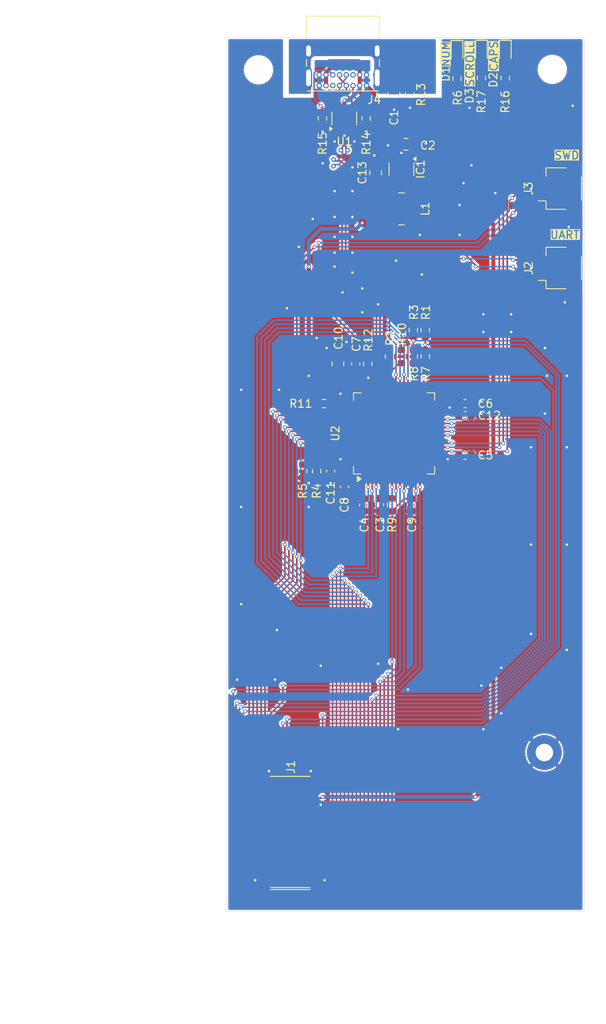
<source format=kicad_pcb>
(kicad_pcb (version 20240108) (generator "pcbnew") (generator_version "8.0")
  (layers (0 "F.Cu" signal) (31 "B.Cu" signal) (34 "B.Paste" user) (35 "F.Paste" user) (36 "B.SilkS" user "B.Silkscreen") (37 "F.SilkS" user "F.Silkscreen") (38 "B.Mask" user) (39 "F.Mask" user) (44 "Edge.Cuts" user))
  (net 0 "")
  (net 1 "GNDPWR")
  (net 2 "GND")
  (net 3 "+5V")
  (net 4 "/SRST")
  (net 5 "+3V3")
  (net 6 "Net-(C11-Pad1)")
  (net 7 "Net-(C12-Pad1)")
  (net 8 "Net-(D1-A)")
  (net 9 "/Lx")
  (net 10 "Net-(J1-Pin_14)")
  (net 11 "Net-(J1-Pin_10)")
  (net 12 "Net-(J1-Pin_24)")
  (net 14 "Net-(J1-Pin_20)")
  (net 15 "/TP_DAT")
  (net 16 "Net-(J1-Pin_32)")
  (net 18 "Net-(J1-Pin_18)")
  (net 19 "/ROW4")
  (net 20 "/ROW1")
  (net 22 "Net-(J1-Pin_8)")
  (net 23 "/ROW5")
  (net 24 "/ROW0")
  (net 25 "/ROW6")
  (net 26 "/ROW7")
  (net 27 "/TP_CLK")
  (net 28 "Net-(J1-Pin_28)")
  (net 29 "Net-(J1-Pin_6)")
  (net 30 "/ROW3")
  (net 31 "Net-(J1-Pin_16)")
  (net 32 "Net-(J1-Pin_30)")
  (net 33 "Net-(J1-Pin_12)")
  (net 34 "Net-(J1-Pin_26)")
  (net 36 "/FN_KEY")
  (net 37 "/ROW2")
  (net 38 "/TP_RST")
  (net 40 "/POWER_SW")
  (net 41 "Net-(J1-Pin_4)")
  (net 42 "Net-(J1-Pin_2)")
  (net 45 "Net-(J1-Pin_22)")
  (net 47 "Net-(J2-Pin_1)")
  (net 48 "Net-(J2-Pin_3)")
  (net 49 "Net-(J3-Pin_3)")
  (net 50 "Net-(J3-Pin_1)")
  (net 51 "Net-(J4-CC2)")
  (net 52 "Net-(J4-CC1)")
  (net 53 "/USB_DP")
  (net 56 "/USART1_RX")
  (net 57 "Net-(U2-BOOT0)")
  (net 58 "Net-(U2-PA5)")
  (net 59 "Net-(U2-PB13)")
  (net 60 "Net-(U2-PB14)")
  (net 61 "/USART1_TX")
  (net 62 "/SWCLK")
  (net 63 "/SWDIO")
  (net 75 "/USB_DN")
  (net 76 "Net-(D2-A)")
  (net 77 "Net-(D3-A)")
  (net 78 "Net-(U2-PA4)")
  (net 79 "Net-(U2-PA6)")
  (footprint "Resistor_SMD:R_0603_1608Metric" (layer "F.Cu") (at 127.55 35.175 90)
    (property "Reference" "R14")
    (property "Value" "5.11kΩ")
  )
  (footprint "Capacitor_SMD:C_0805_2012Metric" (layer "F.Cu") (at 132.55 38.425 180)
    (property "Reference" "C2")
    (property "Value" "4.7µF")
  )
  (footprint "Capacitor_SMD:C_0603_1608Metric" (layer "F.Cu") (at 140 77.575)
    (property "Reference" "C5")
    (property "Value" "100nF")
  )
  (footprint "MountingHole:MountingHole_3.2mm_M3" (layer "F.Cu") (at 114 29.05)
    (property "Reference" "H2" (hide yes))
    (property "Value" "MountingHole")
  )
  (footprint "Resistor_SMD:R_0603_1608Metric" (layer "F.Cu") (at 121.325 79.575 90)
    (property "Reference" "R4")
    (property "Value" "10kΩ")
  )
  (footprint "MountingHole:MountingHole_2.2mm_M2_Pad" (layer "F.Cu") (at 150 115)
    (property "Reference" "H1" (hide yes))
    (property "Value" "MountingHole_Pad")
  )
  (footprint "Resistor_SMD:R_0603_1608Metric" (layer "F.Cu") (at 145.075 30.075 90)
    (property "Reference" "R16")
    (property "Value" "1kΩ")
  )
  (footprint "Inductor_SMD:L_Wuerth_WE-TPC-3816" (layer "F.Cu") (at 132 46.5625 -90)
    (property "Reference" "L1")
    (property "Value" "4.7µH")
  )
  (footprint "Capacitor_SMD:C_0805_2012Metric" (layer "F.Cu") (at 128.75 42.0125 90)
    (property "Reference" "C13")
    (property "Value" "4.7µF")
  )
  (footprint "Package_TO_SOT_SMD:TSOT-23-5" (layer "F.Cu") (at 132 41.5625 -90)
    (property "Reference" "IC1")
    (property "Value" "MCP1603T-330IOT")
  )
  (footprint "Capacitor_SMD:C_0603_1608Metric" (layer "F.Cu") (at 124.825 81.575 -90)
    (property "Reference" "C8")
    (property "Value" "100nF")
  )
  (footprint "Resistor_SMD:R_0603_1608Metric" (layer "F.Cu") (at 130.75 83.825 90)
    (property "Reference" "R9")
    (property "Value" "10kΩ")
  )
  (footprint "Connector_USB:USB_C_Receptacle_GCT_USB4085" (layer "F.Cu") (at 127.6 31.035 180)
    (property "Reference" "J4")
    (property "Value" "USB_C_Receptacle_USB2.0")
  )
  (footprint "Capacitor_SMD:C_0805_2012Metric" (layer "F.Cu") (at 124 66.075 90)
    (property "Reference" "C10")
    (property "Value" "4.7µF")
  )
  (footprint "Resistor_SMD:R_0603_1608Metric" (layer "F.Cu") (at 133.5 65.15 90)
    (property "Reference" "R8")
    (property "Value" "180Ω")
  )
  (footprint "Diode_SMD:D_0603_1608Metric" (layer "F.Cu") (at 142.075 26.815 -90)
    (property "Reference" "D3")
    (property "Value" "SCROLL")
  )
  (footprint "Capacitor_SMD:C_0603_1608Metric" (layer "F.Cu") (at 140 72.575)
    (property "Reference" "C12")
    (property "Value" "2.2µF")
  )
  (footprint "Package_TO_SOT_SMD:SOT-23-6" (layer "F.Cu") (at 124.8 35.175 90)
    (property "Reference" "U1")
    (property "Value" "USBLC6-2SC6")
  )
  (footprint "Resistor_SMD:R_0603_1608Metric" (layer "F.Cu") (at 132 65.15 90)
    (property "Reference" "R10")
    (property "Value" "100Ω")
  )
  (footprint "Resistor_SMD:R_0603_1608Metric" (layer "F.Cu") (at 142.075 30.075 90)
    (property "Reference" "R17")
    (property "Value" "1kΩ")
  )
  (footprint "Capacitor_SMD:C_0603_1608Metric" (layer "F.Cu") (at 133.25 83.825 -90)
    (property "Reference" "C9")
    (property "Value" "100nF")
  )
  (footprint "Resistor_SMD:R_0603_1608Metric" (layer "F.Cu") (at 122.05 35.175 90)
    (property "Reference" "R15")
    (property "Value" "5.11kΩ")
  )
  (footprint "Diode_SMD:D_0603_1608Metric" (layer "F.Cu") (at 139 26.85 -90)
    (property "Reference" "D1")
    (property "Value" "NUM")
  )
  (footprint "Capacitor_SMD:C_0603_1608Metric" (layer "F.Cu") (at 123.075 79.575 -90)
    (property "Reference" "C11")
    (property "Value" "2.2µF")
  )
  (footprint "Capacitor_SMD:C_0805_2012Metric" (layer "F.Cu") (at 131.05 32.175 -90)
    (property "Reference" "C1")
    (property "Value" "4.7nF")
  )
  (footprint "Resistor_SMD:R_0603_1608Metric" (layer "F.Cu") (at 122.25 71.075 180)
    (property "Reference" "R11")
    (property "Value" "100Ω")
  )
  (footprint "extras:MOLEX_SLIMSTACK_54363_02x20_P0.5mm" (layer "F.Cu") (at 118 125 90)
    (property "Reference" "J1")
    (property "Value" "Conn_02x20_Odd_Even_MountingPin")
  )
  (footprint "Resistor_SMD:R_0603_1608Metric" (layer "F.Cu") (at 135 61.825 -90)
    (property "Reference" "R1")
    (property "Value" "4.7kΩ")
  )
  (footprint "Resistor_SMD:R_0603_1608Metric" (layer "F.Cu") (at 119.575 79.575 -90)
    (property "Reference" "R5")
    (property "Value" "10kΩ")
  )
  (footprint "Resistor_SMD:R_0603_1608Metric" (layer "F.Cu") (at 133.5 61.825 -90)
    (property "Reference" "R3")
    (property "Value" "4.7kΩ")
  )
  (footprint "Capacitor_SMD:C_0603_1608Metric" (layer "F.Cu") (at 126.25 66.075 90)
    (property "Reference" "C7")
    (property "Value" "100nF")
  )
  (footprint "MountingHole:MountingHole_3.2mm_M3" (layer "F.Cu") (at 151 29)
    (property "Reference" "H3" (hide yes))
    (property "Value" "MountingHole")
  )
  (footprint "Resistor_SMD:R_0603_1608Metric" (layer "F.Cu") (at 135 65.15 90)
    (property "Reference" "R7")
    (property "Value" "180Ω")
  )
  (footprint "Resistor_SMD:R_0603_1608Metric" (layer "F.Cu") (at 133.05 32.175 -90)
    (property "Reference" "R13")
    (property "Value" "1MΩ")
  )
  (footprint "Diode_SMD:D_0603_1608Metric" (layer "F.Cu") (at 145.075 26.815 -90)
    (property "Reference" "D2")
    (property "Value" "CAPS")
  )
  (footprint "Capacitor_SMD:C_0603_1608Metric" (layer "F.Cu") (at 127.25 83.825 -90)
    (property "Reference" "C4")
    (property "Value" "100nF")
  )
  (footprint "Capacitor_SMD:C_0603_1608Metric" (layer "F.Cu") (at 140 71.075)
    (property "Reference" "C6")
    (property "Value" "100nF")
  )
  (footprint "Resistor_SMD:R_0603_1608Metric" (layer "F.Cu") (at 130.5 65.15 90)
    (property "Reference" "R2")
    (property "Value" "100Ω")
  )
  (footprint "Connector_JST:JST_SH_SM03B-SRSS-TB_1x03-1MP_P1.00mm_Horizontal" (layer "F.Cu") (at 152 44 90)
    (property "Reference" "J3")
    (property "Value" "SWD")
  )
  (footprint "Connector_JST:JST_SH_SM03B-SRSS-TB_1x03-1MP_P1.00mm_Horizontal" (layer "F.Cu") (at 152 54 90)
    (property "Reference" "J2")
    (property "Value" "UART")
  )
  (footprint "Capacitor_SMD:C_0603_1608Metric" (layer "F.Cu") (at 129.25 83.8 -90)
    (property "Reference" "C3")
    (property "Value" "100nF")
  )
  (footprint "Resistor_SMD:R_0603_1608Metric" (layer "F.Cu") (at 127.75 66.075 90)
    (property "Reference" "R12")
    (property "Value" "100Ω")
  )
  (footprint "Resistor_SMD:R_0603_1608Metric" (layer "F.Cu") (at 139 30.175 90)
    (property "Reference" "R6")
    (property "Value" "1kΩ")
  )
  (footprint "Package_QFP:LQFP-64_10x10mm_P0.5mm" (layer "F.Cu") (at 131.075 74.825 90)
    (property "Reference" "U2")
    (property "Value" "STM32H503RBTx")
  )
  (gr_rect (start 110 25) (end 155 135) (stroke (width 0.05)) (fill none) (layer "Edge.Cuts"))
  (segment (start 136.75 71.575) (end 138.075 71.575) (width 0.2) (layer "F.Cu") (net 2))
  (segment (start 148.4 54) (end 148.325 54.075) (width 0.2) (layer "F.Cu") (net 2))
  (segment (start 122.05 36) (end 122.05 36.8) (width 0.2) (layer "F.Cu") (net 2))
  (segment (start 122.938679 27.975) (end 126.6 27.975) (width 0.5) (layer "F.Cu") (net 2))
  (segment (start 123.075 80.35) (end 123.075 81.075) (width 0.2) (layer "F.Cu") (net 2))
  (segment (start 121.65 29.685) (end 121.65 29.263679) (width 0.5) (layer "F.Cu") (net 2))
  (segment (start 121.65 29.263679) (end 122.938679 27.975) (width 0.5) (layer "F.Cu") (net 2))
  (segment (start 127.6 28.975) (end 127.6 29.685) (width 0.5) (layer "F.Cu") (net 2))
  (segment (start 124.825 82.35) (end 124.825 83.075) (width 0.2) (layer "F.Cu") (net 2))
  (segment (start 131.05 33.125) (end 131.05 34.05) (width 0.2) (layer "F.Cu") (net 2))
  (segment (start 124.8 37.3) (end 124.825 37.325) (width 0.2) (layer "F.Cu") (net 2))
  (segment (start 126.6 27.975) (end 127.6 28.975) (width 0.5) (layer "F.Cu") (net 2))
  (segment (start 128.575 32.575) (end 129.125 33.125) (width 0.5) (layer "F.Cu") (net 2))
  (segment (start 125.4 78.075) (end 124.325 78.075) (width 0.2) (layer "F.Cu") (net 2))
  (segment (start 131.05 34.05) (end 131.075 34.075) (width 0.2) (layer "F.Cu") (net 2))
  (segment (start 148.4 44) (end 148.325 44.075) (width 0.2) (layer "F.Cu") (net 2))
  (segment (start 127.55 36.8) (end 127.575 36.825) (width 0.2) (layer "F.Cu") (net 2))
  (segment (start 121.65 31.035) (end 121.65 29.685) (width 0.5) (layer "F.Cu") (net 2))
  (segment (start 150 44) (end 148.4 44) (width 0.2) (layer "F.Cu") (net 2))
  (segment (start 122.05 36.8) (end 122.075 36.825) (width 0.2) (layer "F.Cu") (net 2))
  (segment (start 129.125 33.125) (end 131.05 33.125) (width 0.5) (layer "F.Cu") (net 2))
  (segment (start 127.6 31.035) (end 128.575 32.01) (width 0.5) (layer "F.Cu") (net 2))
  (segment (start 128.575 32.01) (end 128.575 32.575) (width 0.5) (layer "F.Cu") (net 2))
  (segment (start 133.05 33) (end 133.05 33.8) (width 0.2) (layer "F.Cu") (net 2))
  (segment (start 127.6 29.685) (end 127.6 31.035) (width 0.5) (layer "F.Cu") (net 2))
  (segment (start 136.75 78.075) (end 137.825 78.075) (width 0.2) (layer "F.Cu") (net 2))
  (segment (start 124.8 36.3125) (end 124.8 37.3) (width 0.2) (layer "F.Cu") (net 2))
  (segment (start 119.65 80.4) (end 120.325 81.075) (width 0.2) (layer "F.Cu") (net 2))
  (segment (start 132.825 80.5) (end 132.825 81.575) (width 0.2) (layer "F.Cu") (net 2))
  (segment (start 150 54) (end 148.4 54) (width 0.2) (layer "F.Cu") (net 2))
  (segment (start 132 39.5) (end 132 40.425) (width 0.2) (layer "F.Cu") (net 2))
  (segment (start 127.55 36) (end 127.55 36.8) (width 0.2) (layer "F.Cu") (net 2))
  (segment (start 127.825 69.15) (end 127.825 67.825) (width 0.2) (layer "F.Cu") (net 2))
  (segment (start 119.575 80.4) (end 119.65 80.4) (width 0.2) (layer "F.Cu") (net 2))
  (segment (start 133.05 33.8) (end 133.075 33.825) (width 0.2) (layer "F.Cu") (net 2))
  (via (at 121.825 104.075) (size 0.5) (drill 0.3) (layers "F.Cu" "B.Cu") (net 2))
  (via (at 111.325 105.825) (size 0.5) (drill 0.3) (layers "F.Cu" "B.Cu") (net 2))
  (via (at 142.075 77.575) (size 0.5) (drill 0.3) (layers "F.Cu" "B.Cu") (net 2))
  (via (at 150.075 64.075) (size 0.5) (drill 0.3) (layers "F.Cu" "B.Cu") (net 2))
  (via (at 134.575 54.825) (size 0.5) (drill 0.3) (layers "F.Cu" "B.Cu") (net 2))
  (via (at 117.575 59.075) (size 0.5) (drill 0.3) (layers "F.Cu" "B.Cu") (net 2))
  (via (at 129.075 103.825) (size 0.5) (drill 0.3) (layers "F.Cu" "B.Cu") (net 2))
  (via (at 152.825 76.575) (size 0.5) (drill 0.3) (layers "F.Cu" "B.Cu") (net 2))
  (via (at 142.325 62.075) (size 0.5) (drill 0.3) (layers "F.Cu" "B.Cu") (net 2))
  (via (at 123.575 44.325) (size 0.5) (drill 0.3) (layers "F.Cu" "B.Cu") (net 2))
  (via (at 113.575 131.075) (size 0.5) (drill 0.3) (layers "F.Cu" "B.Cu") (net 2))
  (via (at 148.325 100.075) (size 0.5) (drill 0.3) (layers "F.Cu" "B.Cu") (net 2))
  (via (at 122.075 36.825) (size 0.5) (drill 0.3) (layers "F.Cu" "B.Cu") (net 2))
  (via (at 127.075 59.575) (size 0.5) (drill 0.3) (layers "F.Cu" "B.Cu") (net 2))
  (via (at 135.075 38.325) (size 0.5) (drill 0.3) (layers "F.Cu" "B.Cu") (net 2))
  (via (at 143.825 44.575) (size 0.5) (drill 0.3) (layers "F.Cu" "B.Cu") (net 2))
  (via (at 142.075 106.575) (size 0.5) (drill 0.3) (layers "F.Cu" "B.Cu") (net 2))
  (via (at 142.075 70.825) (size 0.5) (drill 0.3) (layers "F.Cu" "B.Cu") (net 2))
  (via (at 127.575 36.825) (size 0.5) (drill 0.3) (layers "F.Cu" "B.Cu") (net 2))
  (via (at 153.075 48.825) (size 0.5) (drill 0.3) (layers "F.Cu" "B.Cu") (net 2))
  (via (at 115.325 117.325) (size 0.5) (drill 0.3) (layers "F.Cu" "B.Cu") (net 2))
  (via (at 134.325 49.825) (size 0.5) (drill 0.3) (layers "F.Cu" "B.Cu") (net 2))
  (via (at 123.575 50.075) (size 0.5) (drill 0.3) (layers "F.Cu" "B.Cu") (net 2))
  (via (at 127.825 63.075) (size 0.5) (drill 0.3) (layers "F.Cu" "B.Cu") (net 2))
  (via (at 125.075 63.325) (size 0.5) (drill 0.3) (layers "F.Cu" "B.Cu") (net 2))
  (via (at 140.325 26.075) (size 0.5) (drill 0.3) (layers "F.Cu" "B.Cu") (net 2))
  (via (at 142.075 72.325) (size 0.5) (drill 0.3) (layers "F.Cu" "B.Cu") (net 2))
  (via (at 124.825 37.325) (size 0.5) (drill 0.3) (layers "F.Cu" "B.Cu") (net 2))
  (via (at 119.075 51.325) (size 0.5) (drill 0.3) (layers "F.Cu" "B.Cu") (net 2))
  (via (at 125.825 54.575) (size 0.5) (drill 0.3) (layers "F.Cu" "B.Cu") (net 2))
  (via (at 133.075 85.825) (size 0.5) (drill 0.3) (layers "F.Cu" "B.Cu") (net 2))
  (via (at 122.575 64.075) (size 0.5) (drill 0.3) (layers "F.Cu" "B.Cu") (net 2))
  (via (at 145.825 62.075) (size 0.5) (drill 0.3) (layers "F.Cu" "B.Cu") (net 2))
  (via (at 121.325 62.825) (size 0.5) (drill 0.3) (layers "F.Cu" "B.Cu") (net 2))
  (via (at 125.825 50.075) (size 0.5) (drill 0.3) (layers "F.Cu" "B.Cu") (net 2))
  (via (at 144.575 104.325) (size 0.5) (drill 0.3) (layers "F.Cu" "B.Cu") (net 2))
  (via (at 116.075 105.825) (size 0.5) (drill 0.3) (layers "F.Cu" "B.Cu") (net 2))
  (via (at 111.825 69.325) (size 0.5) (drill 0.3) (layers "F.Cu" "B.Cu") (net 2))
  (via (at 123.075 81.075) (size 0.5) (drill 0.3) (layers "F.Cu" "B.Cu") (net 2))
  (via (at 148.325 44.075) (size 0.5) (drill 0.3) (layers "F.Cu" "B.Cu") (net 2))
  (via (at 144.575 110.075) (size 0.5) (drill 0.3) (layers "F.Cu" "B.Cu") (net 2))
  (via (at 124.325 69.825) (size 0.5) (drill 0.3) (layers "F.Cu" "B.Cu") (net 2))
  (via (at 120.325 81.075) (size 0.5) (drill 0.3) (layers "F.Cu" "B.Cu") (net 2))
  (via (at 138.075 71.575) (size 0.5) (drill 0.3) (layers "F.Cu" "B.Cu") (net 2))
  (via (at 121.825 121.575) (size 0.5) (drill 0.3) (layers "F.Cu" "B.Cu") (net 2))
  (via (at 152.825 67.575) (size 0.5) (drill 0.3) (layers "F.Cu" "B.Cu") (net 2))
  (via (at 123.575 38.075) (size 0.5) (drill 0.3) (layers "F.Cu" "B.Cu") (net 2))
  (via (at 125.825 44.325) (size 0.5) (drill 0.3) (layers "F.Cu" "B.Cu") (net 2))
  (via (at 129.575 85.825) (size 0.5) (drill 0.3) (layers "F.Cu" "B.Cu") (net 2))
  (via (at 140.575 33.825) (size 0.5) (drill 0.3) (layers "F.Cu" "B.Cu") (net 2))
  (via (at 132 39.5) (size 0.5) (drill 0.3) (layers "F.Cu" "B.Cu") (net 2))
  (via (at 116.575 69.325) (size 0.5) (drill 0.3) (layers "F.Cu" "B.Cu") (net 2))
  (via (at 139.325 49.825) (size 0.5) (drill 0.3) (layers "F.Cu" "B.Cu") (net 2))
  (via (at 127.075 56.575) (size 0.5) (drill 0.3) (layers "F.Cu" "B.Cu") (net 2))
  (via (at 120.325 84.075) (size 0.5) (drill 0.3) (layers "F.Cu" "B.Cu") (net 2))
  (via (at 140.825 41.075) (size 0.5) (drill 0.3) (layers "F.Cu" "B.Cu") (net 2))
  (via (at 120.575 117.325) (size 0.5) (drill 0.3) (layers "F.Cu" "B.Cu") (net 2))
  (via (at 125.825 52.075) (size 0.5) (drill 0.3) (layers "F.Cu" "B.Cu") (net 2))
  (via (at 133.075 33.825) (size 0.5) (drill 0.3) (layers "F.Cu" "B.Cu") (net 2))
  (via (at 139.825 43.325) (size 0.5) (drill 0.3) (layers "F.Cu" "B.Cu") (net 2))
  (via (at 123.575 53.825) (size 0.5) (drill 0.3) (layers "F.Cu" "B.Cu") (net 2))
  (via (at 120.825 47.825) (size 0.5) (drill 0.3) (layers "F.Cu" "B.Cu") (net 2))
  (via (at 126.075 38.075) (size 0.5) (drill 0.3) (layers "F.Cu" "B.Cu") (net 2))
  (via (at 145.825 59.825) (size 0.5) (drill 0.3) (layers "F.Cu" "B.Cu") (net 2))
  (via (at 120.325 67.575) (size 0.5) (drill 0.3) (layers "F.Cu" "B.Cu") (net 2))
  (via (at 123.575 47.575) (size 0.5) (drill 0.3) (layers "F.Cu" "B.Cu") (net 2))
  (via (at 137.825 78.075) (size 0.5) (drill 0.3) (layers "F.Cu" "B.Cu") (net 2))
  (via (at 131.075 34.075) (size 0.5) (drill 0.3) (layers "F.Cu" "B.Cu") (net 2))
  (via (at 153.575 33.575) (size 0.5) (drill 0.3) (layers "F.Cu" "B.Cu") (net 2))
  (via (at 152.575 58.325) (size 0.5) (drill 0.3) (layers "F.Cu" "B.Cu") (net 2))
  (via (at 152.825 102.075) (size 0.5) (drill 0.3) (layers "F.Cu" "B.Cu") (net 2))
  (via (at 125.825 47.575) (size 0.5) (drill 0.3) (layers "F.Cu" "B.Cu") (net 2))
  (via (at 123.575 52.075) (size 0.5) (drill 0.3) (layers "F.Cu" "B.Cu") (net 2))
  (via (at 139.325 46.075) (size 0.5) (drill 0.3) (layers "F.Cu" "B.Cu") (net 2))
  (via (at 116.325 99.575) (size 0.5) (drill 0.3) (layers "F.Cu" "B.Cu") (net 2))
  (via (at 124.825 83.075) (size 0.5) (drill 0.3) (layers "F.Cu" "B.Cu") (net 2))
  (via (at 150.075 72.325) (size 0.5) (drill 0.3) (layers "F.Cu" "B.Cu") (net 2))
  (via (at 152.825 88.825) (size 0.5) (drill 0.3) (layers "F.Cu" "B.Cu") (net 2))
  (via (at 129.075 58.575) (size 0.5) (drill 0.3) (layers "F.Cu" "B.Cu") (net 2))
  (via (at 142.325 59.825) (size 0.5) (drill 0.3) (layers "F.Cu" "B.Cu") (net 2))
  (via (at 150.325 67.575) (size 0.5) (drill 0.3) (layers "F.Cu" "B.Cu") (net 2))
  (via (at 122.325 131.075) (size 0.5) (drill 0.3) (layers "F.Cu" "B.Cu") (net 2))
  (via (at 148.325 76.575) (size 0.5) (drill 0.3) (layers "F.Cu" "B.Cu") (net 2))
  (via (at 111.825 84.075) (size 0.5) (drill 0.3) (layers "F.Cu" "B.Cu") (net 2))
  (via (at 128.575 39.825) (size 0.5) (drill 0.3) (layers "F.Cu" "B.Cu") (net 2))
  (via (at 132.825 81.575) (size 0.5) (drill 0.3) (layers "F.Cu" "B.Cu") (net 2))
  (via (at 127.825 67.825) (size 0.5) (drill 0.3) (layers "F.Cu" "B.Cu") (net 2))
  (via (at 122.075 40.825) (size 0.5) (drill 0.3) (layers "F.Cu" "B.Cu") (net 2))
  (via (at 124.325 78.075) (size 0.5) (drill 0.3) (layers "F.Cu" "B.Cu") (net 2))
  (via (at 148.325 54.075) (size 0.5) (drill 0.3) (layers "F.Cu" "B.Cu") (net 2))
  (via (at 148.325 88.825) (size 0.5) (drill 0.3) (layers "F.Cu" "B.Cu") (net 2))
  (via (at 130.325 38.575) (size 0.5) (drill 0.3) (layers "F.Cu" "B.Cu") (net 2))
  (via (at 111.825 96.325) (size 0.5) (drill 0.3) (layers "F.Cu" "B.Cu") (net 2))
  (via (at 124.575 57.075) (size 0.5) (drill 0.3) (layers "F.Cu" "B.Cu") (net 2))
  (via (at 131.575 112.075) (size 0.5) (drill 0.3) (layers "F.Cu" "B.Cu") (net 2))
  (via (at 131.325 53.075) (size 0.5) (drill 0.3) (layers "F.Cu" "B.Cu") (net 2))
  (via (at 142.325 112.075) (size 0.5) (drill 0.3) (layers "F.Cu" "B.Cu") (net 2))
  (via (at 125.825 41.325) (size 0.5) (drill 0.3) (layers "F.Cu" "B.Cu") (net 2))
  (via (at 153.325 39.575) (size 0.5) (drill 0.3) (layers "F.Cu" "B.Cu") (net 2))
  (via (at 132.825 107.075) (size 0.5) (drill 0.3) (layers "F.Cu" "B.Cu") (net 2))
  (via (at 127.075 85.825) (size 0.5) (drill 0.3) (layers "F.Cu" "B.Cu") (net 2))
  (segment (start 121.9 120.75) (end 122.075 120.575) (width 0.2) (layer "F.Cu") (net 3))
  (segment (start 123.228629 28.675) (end 126.3 28.675) (width 0.5) (layer "F.Cu") (net 3))
  (segment (start 122.5 31.035) (end 122.5 29.685) (width 0.5) (layer "F.Cu") (net 3))
  (segment (start 132.7385 41.4865) (end 132.95 41.275) (width 0.5) (layer "F.Cu") (net 3))
  (segment (start 132.95 40.425) (end 132.95 38.975) (width 0.5) (layer "F.Cu") (net 3))
  (segment (start 131.05 40.425) (end 131.05 41.087499) (width 0.5) (layer "F.Cu") (net 3))
  (segment (start 131.325 36.4) (end 132.575 36.4) (width 0.5) (layer "F.Cu") (net 3))
  (segment (start 120.71 120.75) (end 121.9 120.75) (width 0.2) (layer "F.Cu") (net 3))
  (segment (start 126.75 29.125) (end 126.75 29.685) (width 0.5) (layer "F.Cu") (net 3))
  (segment (start 131.05 41.087499) (end 131.449001 41.4865) (width 0.5) (layer "F.Cu") (net 3))
  (segment (start 135 61) (end 133.5 61) (width 0.5) (layer "F.Cu") (net 3))
  (segment (start 126.75 31.035) (end 126.75 31.825) (width 0.5) (layer "F.Cu") (net 3))
  (segment (start 143.575 118.325) (end 141.325 120.575) (width 0.5) (layer "F.Cu") (net 3))
  (segment (start 133.5 37.325) (end 133.5 38.425) (width 0.5) (layer "F.Cu") (net 3))
  (segment (start 133.5 38.425) (end 143.575 48.5) (width 0.5) (layer "F.Cu") (net 3))
  (segment (start 132.95 38.975) (end 133.5 38.425) (width 0.5) (layer "F.Cu") (net 3))
  (segment (start 143.575 61) (end 143.575 118.325) (width 0.5) (layer "F.Cu") (net 3))
  (segment (start 122.5 29.685) (end 122.5 29.403629) (width 0.5) (layer "F.Cu") (net 3))
  (segment (start 126.75 31.825) (end 131.325 36.4) (width 0.5) (layer "F.Cu") (net 3))
  (segment (start 124.825 32.9) (end 124.825 34.0125) (width 0.5) (layer "F.Cu") (net 3))
  (segment (start 132.95 41.275) (end 132.95 40.425) (width 0.5) (layer "F.Cu") (net 3))
  (segment (start 143.575 48.5) (end 143.575 61) (width 0.5) (layer "F.Cu") (net 3))
  (segment (start 126.75 29.685) (end 126.75 31.035) (width 0.5) (layer "F.Cu") (net 3))
  (segment (start 126.3 28.675) (end 126.75 29.125) (width 0.5) (layer "F.Cu") (net 3))
  (segment (start 132.575 36.4) (end 133.5 37.325) (width 0.5) (layer "F.Cu") (net 3))
  (segment (start 143.575 61) (end 135 61) (width 0.5) (layer "F.Cu") (net 3))
  (segment (start 131.449001 41.4865) (end 132.7385 41.4865) (width 0.5) (layer "F.Cu") (net 3))
  (segment (start 124.825 34.0125) (end 124.8 34.0375) (width 0.5) (layer "F.Cu") (net 3))
  (segment (start 122.5 29.403629) (end 123.228629 28.675) (width 0.5) (layer "F.Cu") (net 3))
  (via (at 122.075 120.575) (size 0.5) (drill 0.3) (layers "F.Cu" "B.Cu") (net 3))
  (via (at 124.825 32.9) (size 0.5) (drill 0.3) (layers "F.Cu" "B.Cu") (net 3))
  (via (at 141.325 120.575) (size 0.5) (drill 0.3) (layers "F.Cu" "B.Cu") (net 3))
  (segment (start 126.75 31.529974) (end 125.379974 32.9) (width 0.5) (layer "B.Cu") (net 3))
  (segment (start 125.379974 32.9) (end 124.825 32.9) (width 0.5) (layer "B.Cu") (net 3))
  (segment (start 141.325 120.575) (end 122.075 120.575) (width 0.5) (layer "B.Cu") (net 3))
  (segment (start 126.75 31.035) (end 126.75 31.529974) (width 0.5) (layer "B.Cu") (net 3))
  (segment (start 130.325 80.5) (end 130.325 82.575) (width 0.2) (layer "F.Cu") (net 4))
  (segment (start 129.275 83) (end 129.25 83.025) (width 0.2) (layer "F.Cu") (net 4))
  (segment (start 130.325 82.575) (end 130.75 83) (width 0.2) (layer "F.Cu") (net 4))
  (segment (start 130.75 83) (end 129.275 83) (width 0.2) (layer "F.Cu") (net 4))
  (segment (start 120.325 53.825) (end 120.325 65.325) (width 0.5) (layer "F.Cu") (net 5))
  (segment (start 122.125 67.025) (end 124 67.025) (width 0.5) (layer "F.Cu") (net 5))
  (segment (start 134.925 71.075) (end 134.75 71.25) (width 0.2) (layer "F.Cu") (net 5))
  (segment (start 133.325 78.825) (end 133.25 78.75) (width 0.2) (layer "F.Cu") (net 5))
  (segment (start 124 67.75) (end 127.5 71.25) (width 0.5) (layer "F.Cu") (net 5))
  (segment (start 136.75 77.575) (end 135.075 77.575) (width 0.2) (layer "F.Cu") (net 5))
  (segment (start 124.825 79.15) (end 124.825 80.8) (width 0.2) (layer "F.Cu") (net 5))
  (segment (start 122.075 67.075) (end 122.125 67.025) (width 0.5) (layer "F.Cu") (net 5))
  (segment (start 136.75 71.075) (end 134.925 71.075) (width 0.2) (layer "F.Cu") (net 5))
  (segment (start 125.4 78.575) (end 127.425 78.575) (width 0.2) (layer "F.Cu") (net 5))
  (segment (start 125.4 78.575) (end 124.825 79.15) (width 0.2) (layer "F.Cu") (net 5))
  (segment (start 120.325 65.325) (end 122.075 67.075) (width 0.5) (layer "F.Cu") (net 5))
  (segment (start 126.25 66.85) (end 126.25 67) (width 0.2) (layer "F.Cu") (net 5))
  (segment (start 130.25 46.5625) (end 128.8375 46.5625) (width 0.5) (layer "F.Cu") (net 5))
  (segment (start 127.325 71.075) (end 127.5 71.25) (width 0.2) (layer "F.Cu") (net 5))
  (segment (start 121.325 80.825) (end 122.075 81.575) (width 0.2) (layer "F.Cu") (net 5))
  (segment (start 127.325 78.675) (end 127.325 80.5) (width 0.2) (layer "F.Cu") (net 5))
  (segment (start 124.175 66.85) (end 124 67.025) (width 0.5) (layer "F.Cu") (net 5))
  (segment (start 135.075 77.575) (end 135 77.5) (width 0.2) (layer "F.Cu") (net 5))
  (segment (start 124.05 81.575) (end 124.825 80.8) (width 0.2) (layer "F.Cu") (net 5))
  (segment (start 139.225 71.075) (end 136.75 71.075) (width 0.2) (layer "F.Cu") (net 5))
  (segment (start 133.25 83.05) (end 132.35 83.05) (width 0.2) (layer "F.Cu") (net 5))
  (segment (start 127.325 69.15) (end 127.325 71.075) (width 0.2) (layer "F.Cu") (net 5))
  (segment (start 124 67.025) (end 124 67.75) (width 0.5) (layer "F.Cu") (net 5))
  (segment (start 126.25 67) (end 127.325 68.075) (width 0.2) (layer "F.Cu") (net 5))
  (segment (start 127.425 78.575) (end 127.325 78.675) (width 0.2) (layer "F.Cu") (net 5))
  (segment (start 122.075 81.575) (end 124.05 81.575) (width 0.2) (layer "F.Cu") (net 5))
  (segment (start 127.325 68.075) (end 127.325 69.15) (width 0.2) (layer "F.Cu") (net 5))
  (segment (start 133.325 82.975) (end 133.25 83.05) (width 0.2) (layer "F.Cu") (net 5))
  (segment (start 133.325 80.5) (end 133.325 82.975) (width 0.2) (layer "F.Cu") (net 5))
  (segment (start 132.35 83.05) (end 130.75 84.65) (width 0.2) (layer "F.Cu") (net 5))
  (segment (start 128.8375 46.5625) (end 127.075 48.325) (width 0.5) (layer "F.Cu") (net 5))
  (segment (start 127.325 80.5) (end 127.325 82.975) (width 0.2) (layer "F.Cu") (net 5))
  (segment (start 121.325 80.4) (end 121.325 80.825) (width 0.2) (layer "F.Cu") (net 5))
  (segment (start 139.225 77.575) (end 136.75 77.575) (width 0.2) (layer "F.Cu") (net 5))
  (segment (start 133.325 80.5) (end 133.325 78.825) (width 0.2) (layer "F.Cu") (net 5))
  (segment (start 127.325 82.975) (end 127.25 83.05) (width 0.2) (layer "F.Cu") (net 5))
  (via (at 127.075 48.325) (size 0.5) (drill 0.3) (layers "F.Cu" "B.Cu") (net 5))
  (via (at 120.325 53.825) (size 0.5) (drill 0.3) (layers "F.Cu" "B.Cu") (net 5))
  (segment (start 127.075 48.325) (end 126.325 49.075) (width 0.5) (layer "B.Cu") (net 5))
  (segment (start 121.825 49.075) (end 120.325 50.575) (width 0.5) (layer "B.Cu") (net 5))
  (segment (start 120.325 50.575) (end 120.325 53.825) (width 0.5) (layer "B.Cu") (net 5))
  (segment (start 126.325 49.075) (end 121.825 49.075) (width 0.5) (layer "B.Cu") (net 5))
  (segment (start 124.025 77.575) (end 123.025 78.575) (width 0.2) (layer "F.Cu") (net 6))
  (segment (start 125.4 77.575) (end 124.025 77.575) (width 0.2) (layer "F.Cu") (net 6))
  (segment (start 138 72.075) (end 138.5 72.575) (width 0.2) (layer "F.Cu") (net 7))
  (segment (start 136.75 72.075) (end 138 72.075) (width 0.2) (layer "F.Cu") (net 7))
  (segment (start 138.5 72.575) (end 139.225 72.575) (width 0.2) (layer "F.Cu") (net 7))
  (segment (start 139 29.35) (end 139 27.6375) (width 0.2) (layer "F.Cu") (net 8))
  (segment (start 127.825 96.325) (end 127.825 123.825) (width 0.2) (layer "F.Cu") (net 10))
  (segment (start 127.825 123.825) (end 124.9 126.75) (width 0.2) (layer "F.Cu") (net 10))
  (segment (start 132.825 69.15) (end 132.825 67.9) (width 0.2) (layer "F.Cu") (net 10))
  (segment (start 124.9 126.75) (end 120.71 126.75) (width 0.2) (layer "F.Cu") (net 10))
  (via (at 132.825 67.9) (size 0.5) (drill 0.3) (layers "F.Cu" "B.Cu") (net 10))
  (via (at 127.825 96.325) (size 0.5) (drill 0.3) (layers "F.Cu" "B.Cu") (net 10))
  (segment (start 132.825 63.4) (end 129.825 60.4) (width 0.2) (layer "B.Cu") (net 10))
  (segment (start 113.825 62.65) (end 113.825 91.075) (width 0.2) (layer "B.Cu") (net 10))
  (segment (start 132.825 67.9) (end 132.825 63.4) (width 0.2) (layer "B.Cu") (net 10))
  (segment (start 132.825 63.4) (end 132.825 63.419317) (width 0.2) (layer "B.Cu") (net 10))
  (segment (start 119.075 96.325) (end 127.825 96.325) (width 0.2) (layer "B.Cu") (net 10))
  (segment (start 113.825 91.075) (end 119.075 96.325) (width 0.2) (layer "B.Cu") (net 10))
  (segment (start 132.825 63.419317) (end 129.980683 60.575) (width 0.2) (layer "B.Cu") (net 10))
  (segment (start 129.980683 60.575) (end 115.9 60.575) (width 0.2) (layer "B.Cu") (net 10))
  (segment (start 115.9 60.575) (end 113.825 62.65) (width 0.2) (layer "B.Cu") (net 10))
  (segment (start 128.825 124.325) (end 125.4 127.75) (width 0.2) (layer "F.Cu") (net 11))
  (segment (start 128.825 107.825) (end 128.825 124.325) (width 0.2) (layer "F.Cu") (net 11))
  (segment (start 125.4 127.75) (end 120.71 127.75) (width 0.2) (layer "F.Cu") (net 11))
  (segment (start 136.75 75.075) (end 137.825 75.075) (width 0.2) (layer "F.Cu") (net 11))
  (via (at 128.825 107.825) (size 0.5) (drill 0.3) (layers "F.Cu" "B.Cu") (net 11))
  (via (at 137.825 75.075) (size 0.5) (drill 0.3) (layers "F.Cu" "B.Cu") (net 11))
  (segment (start 149.382 100.63164) (end 142.18864 107.825) (width 0.2) (layer "B.Cu") (net 11))
  (segment (start 142.18864 107.825) (end 128.825 107.825) (width 0.2) (layer "B.Cu") (net 11))
  (segment (start 149.382 75.132) (end 149.382 100.63164) (width 0.2) (layer "B.Cu") (net 11))
  (segment (start 149.325 75.075) (end 149.382 75.132) (width 0.2) (layer "B.Cu") (net 11))
  (segment (start 137.825 75.075) (end 149.325 75.075) (width 0.2) (layer "B.Cu") (net 11))
  (segment (start 125.325 122.575) (end 125.325 93.825) (width 0.2) (layer "F.Cu") (net 12))
  (segment (start 123.65 124.25) (end 125.325 122.575) (width 0.2) (layer "F.Cu") (net 12))
  (segment (start 116.325 72.575) (end 125.4 72.575) (width 0.2) (layer "F.Cu") (net 12))
  (segment (start 120.71 124.25) (end 123.65 124.25) (width 0.2) (layer "F.Cu") (net 12))
  (via (at 125.325 93.825) (size 0.5) (drill 0.3) (layers "F.Cu" "B.Cu") (net 12))
  (via (at 116.325 72.575) (size 0.5) (drill 0.3) (layers "F.Cu" "B.Cu") (net 12))
  (segment (start 125.325 93.825) (end 120.325 93.825) (width 0.2) (layer "B.Cu") (net 12))
  (segment (start 116.325 89.825) (end 116.325 72.575) (width 0.2) (layer "B.Cu") (net 12))
  (segment (start 120.325 93.825) (end 116.325 89.825) (width 0.2) (layer "B.Cu") (net 12))
  (segment (start 126.325 123.075) (end 124.15 125.25) (width 0.2) (layer "F.Cu") (net 14))
  (segment (start 124.15 125.25) (end 120.71 125.25) (width 0.2) (layer "F.Cu") (net 14))
  (segment (start 131.325 67.413909) (end 131.325 69.15) (width 0.2) (layer "F.Cu") (net 14))
  (segment (start 126.325 94.825) (end 126.325 123.075) (width 0.2) (layer "F.Cu") (net 14))
  (via (at 126.325 94.825) (size 0.5) (drill 0.3) (layers "F.Cu" "B.Cu") (net 14))
  (via (at 131.325 67.413909) (size 0.5) (drill 0.3) (layers "F.Cu" "B.Cu") (net 14))
  (segment (start 115.325 63.325) (end 116.575 62.075) (width 0.2) (layer "B.Cu") (net 14))
  (segment (start 115.325 90.325) (end 115.325 63.325) (width 0.2) (layer "B.Cu") (net 14))
  (segment (start 126.325 94.825) (end 119.825 94.825) (width 0.2) (layer "B.Cu") (net 14))
  (segment (start 119.825 94.825) (end 115.325 90.325) (width 0.2) (layer "B.Cu") (net 14))
  (segment (start 131.325 63.619455) (end 131.325 67.413909) (width 0.2) (layer "B.Cu") (net 14))
  (segment (start 116.575 62.075) (end 129.780545 62.075) (width 0.2) (layer "B.Cu") (net 14))
  (segment (start 129.780545 62.075) (end 131.325 63.619455) (width 0.2) (layer "B.Cu") (net 14))
  (segment (start 116 120.75) (end 115.29 120.75) (width 0.2) (layer "F.Cu") (net 15))
  (segment (start 135 64.325) (end 135 62.65) (width 0.2) (layer "F.Cu") (net 15))
  (segment (start 117.575 119.175) (end 116 120.75) (width 0.2) (layer "F.Cu") (net 15))
  (segment (start 117.575 110.825) (end 117.575 119.175) (width 0.2) (layer "F.Cu") (net 15))
  (via (at 135 63.65) (size 0.5) (drill 0.3) (layers "F.Cu" "B.Cu") (net 15))
  (via (at 117.575 110.825) (size 0.5) (drill 0.3) (layers "F.Cu" "B.Cu") (net 15))
  (segment (start 142.15 110.825) (end 151.476 101.499) (width 0.2) (layer "B.Cu") (net 15))
  (segment (start 151.476 67.551) (end 147.575 63.65) (width 0.2) (layer "B.Cu") (net 15))
  (segment (start 151.476 101.499) (end 151.476 67.551) (width 0.2) (layer "B.Cu") (net 15))
  (segment (start 147.575 63.65) (end 135 63.65) (width 0.2) (layer "B.Cu") (net 15))
  (segment (start 117.575 110.825) (end 142.15 110.825) (width 0.2) (layer "B.Cu") (net 15))
  (segment (start 123.325 92.825) (end 123.325 121.575) (width 0.2) (layer "F.Cu") (net 16))
  (segment (start 128.825 80.5) (end 128.825 81.575) (width 0.2) (layer "F.Cu") (net 16))
  (segment (start 122.65 122.25) (end 120.71 122.25) (width 0.2) (layer "F.Cu") (net 16))
  (segment (start 123.325 121.575) (end 122.65 122.25) (width 0.2) (layer "F.Cu") (net 16))
  (via (at 128.825 81.575) (size 0.5) (drill 0.3) (layers "F.Cu" "B.Cu") (net 16))
  (via (at 123.325 92.825) (size 0.5) (drill 0.3) (layers "F.Cu" "B.Cu") (net 16))
  (segment (start 128.825 92.825) (end 123.325 92.825) (width 0.2) (layer "B.Cu") (net 16))
  (segment (start 128.825 81.575) (end 128.825 92.825) (width 0.2) (layer "B.Cu") (net 16))
  (segment (start 131.825 69.15) (end 131.825 67.9) (width 0.2) (layer "F.Cu") (net 18))
  (segment (start 126.825 123.325) (end 124.4 125.75) (width 0.2) (layer "F.Cu") (net 18))
  (segment (start 124.4 125.75) (end 120.71 125.75) (width 0.2) (layer "F.Cu") (net 18))
  (segment (start 126.825 95.325) (end 126.825 123.325) (width 0.2) (layer "F.Cu") (net 18))
  (via (at 131.825 67.9) (size 0.5) (drill 0.3) (layers "F.Cu" "B.Cu") (net 18))
  (via (at 126.825 95.325) (size 0.5) (drill 0.3) (layers "F.Cu" "B.Cu") (net 18))
  (segment (start 114.825 90.575) (end 119.575 95.325) (width 0.2) (layer "B.Cu") (net 18))
  (segment (start 129.993561 61.575) (end 116.325 61.575) (width 0.2) (layer "B.Cu") (net 18))
  (segment (start 131.825 67.9) (end 131.811091 67.913909) (width 0.2) (layer "B.Cu") (net 18))
  (segment (start 114.825 63.075) (end 114.825 90.575) (width 0.2) (layer "B.Cu") (net 18))
  (segment (start 116.325 61.575) (end 114.825 63.075) (width 0.2) (layer "B.Cu") (net 18))
  (segment (start 119.575 95.325) (end 126.825 95.325) (width 0.2) (layer "B.Cu") (net 18))
  (segment (start 131.825 67.9) (end 131.825 63.406439) (width 0.2) (layer "B.Cu") (net 18))
  (segment (start 131.825 63.406439) (end 129.993561 61.575) (width 0.2) (layer "B.Cu") (net 18))
  (segment (start 117.825 74.575) (end 125.4 74.575) (width 0.2) (layer "F.Cu") (net 19))
  (segment (start 117.825 89.325) (end 117.825 93.075) (width 0.2) (layer "F.Cu") (net 19))
  (segment (start 117.825 93.075) (end 113.325 97.575) (width 0.2) (layer "F.Cu") (net 19))
  (segment (start 112.57 111.075) (end 112.57 126.07) (width 0.2) (layer "F.Cu") (net 19))
  (segment (start 113.75 127.25) (end 115.29 127.25) (width 0.2) (layer "F.Cu") (net 19))
  (segment (start 113.325 97.575) (end 113.325 110.32) (width 0.2) (layer "F.Cu") (net 19))
  (segment (start 112.57 126.07) (end 113.75 127.25) (width 0.2) (layer "F.Cu") (net 19))
  (segment (start 113.325 110.32) (end 112.57 111.075) (width 0.2) (layer "F.Cu") (net 19))
  (via (at 117.825 74.575) (size 0.5) (drill 0.3) (layers "F.Cu" "B.Cu") (net 19))
  (via (at 117.825 89.325) (size 0.5) (drill 0.3) (layers "F.Cu" "B.Cu") (net 19))
  (segment (start 117.825 89.325) (end 117.825 74.575) (width 0.2) (layer "B.Cu") (net 19))
  (segment (start 112.99356 128.75) (end 115.29 128.75) (width 0.2) (layer "F.Cu") (net 20))
  (segment (start 111.825 109.325) (end 111.523 109.627) (width 0.2) (layer "F.Cu") (net 20))
  (segment (start 136.75 73.575) (end 138.325 73.575) (width 0.2) (layer "F.Cu") (net 20))
  (segment (start 111.523 109.627) (end 111.523 127.27944) (width 0.2) (layer "F.Cu") (net 20))
  (segment (start 111.523 127.27944) (end 112.99356 128.75) (width 0.2) (layer "F.Cu") (net 20))
  (via (at 111.825 109.325) (size 0.5) (drill 0.3) (layers "F.Cu" "B.Cu") (net 20))
  (via (at 138.325 73.575) (size 0.5) (drill 0.3) (layers "F.Cu" "B.Cu") (net 20))
  (segment (start 111.849 109.301) (end 142.19332 109.301) (width 0.2) (layer "B.Cu") (net 20))
  (segment (start 149.33144 73.575) (end 138.325 73.575) (width 0.2) (layer "B.Cu") (net 20))
  (segment (start 150.429 101.06532) (end 150.429 74.67256) (width 0.2) (layer "B.Cu") (net 20))
  (segment (start 142.19332 109.301) (end 150.429 101.06532) (width 0.2) (layer "B.Cu") (net 20))
  (segment (start 150.429 74.67256) (end 149.33144 73.575) (width 0.2) (layer "B.Cu") (net 20))
  (segment (start 111.825 109.325) (end 111.849 109.301) (width 0.2) (layer "B.Cu") (net 20))
  (segment (start 132.325 80.5) (end 132.325 82.075) (width 0.2) (layer "F.Cu") (net 22))
  (segment (start 125.65 128.25) (end 129.325 124.575) (width 0.2) (layer "F.Cu") (net 22))
  (segment (start 129.325 124.575) (end 129.325 106.075) (width 0.2) (layer "F.Cu") (net 22))
  (segment (start 120.71 128.25) (end 125.65 128.25) (width 0.2) (layer "F.Cu") (net 22))
  (via (at 129.325 106.075) (size 0.5) (drill 0.3) (layers "F.Cu" "B.Cu") (net 22))
  (via (at 132.325 82.075) (size 0.5) (drill 0.3) (layers "F.Cu" "B.Cu") (net 22))
  (segment (start 132.325 104.825) (end 131.075 106.075) (width 0.2) (layer "B.Cu") (net 22))
  (segment (start 132.325 82.075) (end 132.325 104.825) (width 0.2) (layer "B.Cu") (net 22))
  (segment (start 131.075 106.075) (end 129.325 106.075) (width 0.2) (layer "B.Cu") (net 22))
  (segment (start 113.825 110.325) (end 112.919 111.231) (width 0.2) (layer "F.Cu") (net 23))
  (segment (start 118.325 75.075) (end 125.4 75.075) (width 0.2) (layer "F.Cu") (net 23))
  (segment (start 118.325 89.825) (end 118.325 93.325) (width 0.2) (layer "F.Cu") (net 23))
  (segment (start 112.919 125.669) (end 114 126.75) (width 0.2) (layer "F.Cu") (net 23))
  (segment (start 112.919 111.231) (end 112.919 125.669) (width 0.2) (layer "F.Cu") (net 23))
  (segment (start 118.325 93.325) (end 113.825 97.825) (width 0.2) (layer "F.Cu") (net 23))
  (segment (start 114 126.75) (end 115.29 126.75) (width 0.2) (layer "F.Cu") (net 23))
  (segment (start 113.825 97.825) (end 113.825 110.325) (width 0.2) (layer "F.Cu") (net 23))
  (via (at 118.325 75.075) (size 0.5) (drill 0.3) (layers "F.Cu" "B.Cu") (net 23))
  (via (at 118.325 89.825) (size 0.5) (drill 0.3) (layers "F.Cu" "B.Cu") (net 23))
  (segment (start 118.325 89.825) (end 118.325 75.075) (width 0.2) (layer "B.Cu") (net 23))
  (segment (start 136.75 74.075) (end 137.825 74.075) (width 0.2) (layer "F.Cu") (net 24))
  (segment (start 111.174 127.68044) (end 112.74356 129.25) (width 0.2) (layer "F.Cu") (net 24))
  (segment (start 111.174 108.976) (end 111.174 127.68044) (width 0.2) (layer "F.Cu") (net 24))
  (segment (start 112.74356 129.25) (end 115.29 129.25) (width 0.2) (layer "F.Cu") (net 24))
  (segment (start 111.325 108.825) (end 111.174 108.976) (width 0.2) (layer "F.Cu") (net 24))
  (via (at 111.325 108.825) (size 0.5) (drill 0.3) (layers "F.Cu" "B.Cu") (net 24))
  (via (at 137.825 74.075) (size 0.5) (drill 0.3) (layers "F.Cu" "B.Cu") (net 24))
  (segment (start 149.33 74.075) (end 137.825 74.075) (width 0.2) (layer "B.Cu") (net 24))
  (segment (start 111.325 108.825) (end 142.17576 108.825) (width 0.2) (layer "B.Cu") (net 24))
  (segment (start 150.08 100.92076) (end 150.08 74.825) (width 0.2) (layer "B.Cu") (net 24))
  (segment (start 150.08 74.825) (end 149.33 74.075) (width 0.2) (layer "B.Cu") (net 24))
  (segment (start 142.17576 108.825) (end 150.08 100.92076) (width 0.2) (layer "B.Cu") (net 24))
  (segment (start 118.825 90.325) (end 118.825 93.674) (width 0.2) (layer "F.Cu") (net 25))
  (segment (start 114.325 110.318561) (end 113.268 111.375561) (width 0.2) (layer "F.Cu") (net 25))
  (segment (start 118.825 93.674) (end 114.325 98.174) (width 0.2) (layer "F.Cu") (net 25))
  (segment (start 114.25 126.25) (end 115.29 126.25) (width 0.2) (layer "F.Cu") (net 25))
  (segment (start 113.268 111.375561) (end 113.268 125.268) (width 0.2) (layer "F.Cu") (net 25))
  (segment (start 125.4 75.575) (end 118.825 75.575) (width 0.2) (layer "F.Cu") (net 25))
  (segment (start 113.268 125.268) (end 114.25 126.25) (width 0.2) (layer "F.Cu") (net 25))
  (segment (start 114.325 98.174) (end 114.325 110.318561) (width 0.2) (layer "F.Cu") (net 25))
  (via (at 118.825 75.575) (size 0.5) (drill 0.3) (layers "F.Cu" "B.Cu") (net 25))
  (via (at 118.825 90.325) (size 0.5) (drill 0.3) (layers "F.Cu" "B.Cu") (net 25))
  (segment (start 118.825 75.575) (end 118.825 90.325) (width 0.2) (layer "B.Cu") (net 25))
  (segment (start 114.825 98.575) (end 119.325 94.075) (width 0.2) (layer "F.Cu") (net 26))
  (segment (start 114.825 110.312121) (end 114.825 98.575) (width 0.2) (layer "F.Cu") (net 26))
  (segment (start 119.325 94.075) (end 119.325 90.825) (width 0.2) (layer "F.Cu") (net 26))
  (segment (start 114.5 125.75) (end 113.617 124.867) (width 0.2) (layer "F.Cu") (net 26))
  (segment (start 119.325 76.075) (end 125.4 76.075) (width 0.2) (layer "F.Cu") (net 26))
  (segment (start 115.29 125.75) (end 114.5 125.75) (width 0.2) (layer "F.Cu") (net 26))
  (segment (start 113.617 111.520121) (end 114.825 110.312121) (width 0.2) (layer "F.Cu") (net 26))
  (segment (start 113.617 124.867) (end 113.617 111.520121) (width 0.2) (layer "F.Cu") (net 26))
  (via (at 119.325 90.825) (size 0.5) (drill 0.3) (layers "F.Cu" "B.Cu") (net 26))
  (via (at 119.325 76.075) (size 0.5) (drill 0.3) (layers "F.Cu" "B.Cu") (net 26))
  (segment (start 119.325 90.825) (end 119.325 76.075) (width 0.2) (layer "B.Cu") (net 26))
  (segment (start 117.075 119.175) (end 116 120.25) (width 0.2) (layer "F.Cu") (net 27))
  (segment (start 117.075 111.325) (end 117.075 119.175) (width 0.2) (layer "F.Cu") (net 27))
  (segment (start 116 120.25) (end 115.29 120.25) (width 0.2) (layer "F.Cu") (net 27))
  (segment (start 133.5 64.325) (end 133.5 62.65) (width 0.2) (layer "F.Cu") (net 27))
  (via (at 133.5 63.15) (size 0.5) (drill 0.3) (layers "F.Cu" "B.Cu") (net 27))
  (via (at 117.075 111.325) (size 0.5) (drill 0.3) (layers "F.Cu" "B.Cu") (net 27))
  (segment (start 147.575 63.15) (end 133.5 63.15) (width 0.2) (layer "B.Cu") (net 27))
  (segment (start 142.15 111.325) (end 151.825 101.65) (width 0.2) (layer "B.Cu") (net 27))
  (segment (start 117.075 111.325) (end 142.15 111.325) (width 0.2) (layer "B.Cu") (net 27))
  (segment (start 151.825 67.4) (end 147.575 63.15) (width 0.2) (layer "B.Cu") (net 27))
  (segment (start 151.825 101.65) (end 151.825 67.4) (width 0.2) (layer "B.Cu") (net 27))
  (segment (start 124.325 122.075) (end 123.15 123.25) (width 0.2) (layer "F.Cu") (net 28))
  (segment (start 124.325 91.825) (end 124.325 122.075) (width 0.2) (layer "F.Cu") (net 28))
  (segment (start 127.825 80.5) (end 127.825 81.575) (width 0.2) (layer "F.Cu") (net 28))
  (segment (start 123.15 123.25) (end 120.71 123.25) (width 0.2) (layer "F.Cu") (net 28))
  (via (at 127.825 81.575) (size 0.5) (drill 0.3) (layers "F.Cu" "B.Cu") (net 28))
  (via (at 124.325 91.825) (size 0.5) (drill 0.3) (layers "F.Cu" "B.Cu") (net 28))
  (segment (start 127.825 91.825) (end 127.825 81.575) (width 0.2) (layer "B.Cu") (net 28))
  (segment (start 124.325 91.825) (end 127.825 91.825) (width 0.2) (layer "B.Cu") (net 28))
  (segment (start 131.825 80.5) (end 131.825 81.575) (width 0.2) (layer "F.Cu") (net 29))
  (segment (start 129.825 124.825) (end 129.825 105.575) (width 0.2) (layer "F.Cu") (net 29))
  (segment (start 125.9 128.75) (end 129.825 124.825) (width 0.2) (layer "F.Cu") (net 29))
  (segment (start 120.71 128.75) (end 125.9 128.75) (width 0.2) (layer "F.Cu") (net 29))
  (via (at 129.825 105.575) (size 0.5) (drill 0.3) (layers "F.Cu" "B.Cu") (net 29))
  (via (at 131.825 81.575) (size 0.5) (drill 0.3) (layers "F.Cu" "B.Cu") (net 29))
  (segment (start 131.825 104.575) (end 130.825 105.575) (width 0.2) (layer "B.Cu") (net 29))
  (segment (start 131.825 81.575) (end 131.825 104.575) (width 0.2) (layer "B.Cu") (net 29))
  (segment (start 130.825 105.575) (end 129.825 105.575) (width 0.2) (layer "B.Cu") (net 29))
  (segment (start 117.325 74.075) (end 125.4 74.075) (width 0.2) (layer "F.Cu") (net 30))
  (segment (start 112.825 110.325) (end 112.221 110.929) (width 0.2) (layer "F.Cu") (net 30))
  (segment (start 112.221 126.471) (end 113.5 127.75) (width 0.2) (layer "F.Cu") (net 30))
  (segment (start 112.221 110.929) (end 112.221 126.471) (width 0.2) (layer "F.Cu") (net 30))
  (segment (start 117.325 92.825) (end 112.825 97.325) (width 0.2) (layer "F.Cu") (net 30))
  (segment (start 117.325 88.825) (end 117.325 92.825) (width 0.2) (layer "F.Cu") (net 30))
  (segment (start 112.825 97.325) (end 112.825 110.325) (width 0.2) (layer "F.Cu") (net 30))
  (segment (start 113.5 127.75) (end 115.29 127.75) (width 0.2) (layer "F.Cu") (net 30))
  (via (at 117.325 88.825) (size 0.5) (drill 0.3) (layers "F.Cu" "B.Cu") (net 30))
  (via (at 117.325 74.075) (size 0.5) (drill 0.3) (layers "F.Cu" "B.Cu") (net 30))
  (segment (start 117.325 88.825) (end 117.325 74.075) (width 0.2) (layer "B.Cu") (net 30))
  (segment (start 127.325 123.575) (end 124.65 126.25) (width 0.2) (layer "F.Cu") (net 31))
  (segment (start 127.325 95.825) (end 127.325 123.575) (width 0.2) (layer "F.Cu") (net 31))
  (segment (start 132.325 69.15) (end 132.325 67.4) (width 0.2) (layer "F.Cu") (net 31))
  (segment (start 124.65 126.25) (end 120.71 126.25) (width 0.2) (layer "F.Cu") (net 31))
  (via (at 127.325 95.825) (size 0.5) (drill 0.3) (layers "F.Cu" "B.Cu") (net 31))
  (via (at 132.325 67.4) (size 0.5) (drill 0.3) (layers "F.Cu" "B.Cu") (net 31))
  (segment (start 114.325 62.825) (end 114.325 90.825) (width 0.2) (layer "B.Cu") (net 31))
  (segment (start 132.325 67.4) (end 132.325 63.412878) (width 0.2) (layer "B.Cu") (net 31))
  (segment (start 119.325 95.825) (end 127.325 95.825) (width 0.2) (layer "B.Cu") (net 31))
  (segment (start 129.987122 61.075) (end 116.075 61.075) (width 0.2) (layer "B.Cu") (net 31))
  (segment (start 114.325 90.825) (end 119.325 95.825) (width 0.2) (layer "B.Cu") (net 31))
  (segment (start 116.075 61.075) (end 114.325 62.825) (width 0.2) (layer "B.Cu") (net 31))
  (segment (start 132.325 63.412878) (end 129.987122 61.075) (width 0.2) (layer "B.Cu") (net 31))
  (segment (start 120.71 122.75) (end 122.9 122.75) (width 0.2) (layer "F.Cu") (net 32))
  (segment (start 123.825 121.825) (end 123.825 92.325) (width 0.2) (layer "F.Cu") (net 32))
  (segment (start 128.325 80.5) (end 128.325 82.075) (width 0.2) (layer "F.Cu") (net 32))
  (segment (start 122.9 122.75) (end 123.825 121.825) (width 0.2) (layer "F.Cu") (net 32))
  (via (at 128.325 82.075) (size 0.5) (drill 0.3) (layers "F.Cu" "B.Cu") (net 32))
  (via (at 123.825 92.325) (size 0.5) (drill 0.3) (layers "F.Cu" "B.Cu") (net 32))
  (segment (start 128.325 82.075) (end 128.325 92.325) (width 0.2) (layer "B.Cu") (net 32))
  (segment (start 123.825 92.325) (end 128.325 92.325) (width 0.2) (layer "B.Cu") (net 32))
  (segment (start 128.325 108.325) (end 128.325 124.075) (width 0.2) (layer "F.Cu") (net 33))
  (segment (start 128.325 124.075) (end 125.15 127.25) (width 0.2) (layer "F.Cu") (net 33))
  (segment (start 136.75 74.575) (end 138.325 74.575) (width 0.2) (layer "F.Cu") (net 33))
  (segment (start 125.15 127.25) (end 120.71 127.25) (width 0.2) (layer "F.Cu") (net 33))
  (via (at 128.325 108.325) (size 0.5) (drill 0.3) (layers "F.Cu" "B.Cu") (net 33))
  (via (at 138.325 74.575) (size 0.5) (drill 0.3) (layers "F.Cu" "B.Cu") (net 33))
  (segment (start 149.731 100.7762) (end 149.731 74.981) (width 0.2) (layer "B.Cu") (net 33))
  (segment (start 149.731 74.981) (end 149.325 74.575) (width 0.2) (layer "B.Cu") (net 33))
  (segment (start 128.325 108.325) (end 142.1822 108.325) (width 0.2) (layer "B.Cu") (net 33))
  (segment (start 149.325 74.575) (end 138.325 74.575) (width 0.2) (layer "B.Cu") (net 33))
  (segment (start 142.1822 108.325) (end 149.731 100.7762) (width 0.2) (layer "B.Cu") (net 33))
  (segment (start 123.4 123.75) (end 124.825 122.325) (width 0.2) (layer "F.Cu") (net 34))
  (segment (start 120.71 123.75) (end 123.4 123.75) (width 0.2) (layer "F.Cu") (net 34))
  (segment (start 124.825 122.325) (end 124.825 93.325) (width 0.2) (layer "F.Cu") (net 34))
  (segment (start 116.825 73.075) (end 125.4 73.075) (width 0.2) (layer "F.Cu") (net 34))
  (via (at 116.825 73.075) (size 0.5) (drill 0.3) (layers "F.Cu" "B.Cu") (net 34))
  (via (at 124.825 93.325) (size 0.5) (drill 0.3) (layers "F.Cu" "B.Cu") (net 34))
  (segment (start 120.575 93.325) (end 124.825 93.325) (width 0.2) (layer "B.Cu") (net 34))
  (segment (start 116.825 89.575) (end 120.575 93.325) (width 0.2) (layer "B.Cu") (net 34))
  (segment (start 116.825 73.075) (end 116.825 89.575) (width 0.2) (layer "B.Cu") (net 34))
  (segment (start 110.825 128.075) (end 112.5 129.75) (width 0.2) (layer "F.Cu") (net 36))
  (segment (start 112.5 129.75) (end 115.29 129.75) (width 0.2) (layer "F.Cu") (net 36))
  (segment (start 110.825 107.325) (end 110.825 128.075) (width 0.2) (layer "F.Cu") (net 36))
  (segment (start 134.325 80.5) (end 134.325 81.575) (width 0.2) (layer "F.Cu") (net 36))
  (via (at 134.325 81.575) (size 0.5) (drill 0.3) (layers "F.Cu" "B.Cu") (net 36))
  (via (at 110.825 107.325) (size 0.5) (drill 0.3) (layers "F.Cu" "B.Cu") (net 36))
  (segment (start 111.075 107.075) (end 131.575 107.075) (width 0.2) (layer "B.Cu") (net 36))
  (segment (start 110.825 107.325) (end 111.075 107.075) (width 0.2) (layer "B.Cu") (net 36))
  (segment (start 134.325 104.325) (end 134.325 81.575) (width 0.2) (layer "B.Cu") (net 36))
  (segment (start 131.575 107.075) (end 134.325 104.325) (width 0.2) (layer "B.Cu") (net 36))
  (segment (start 111.872 126.872) (end 113.25 128.25) (width 0.2) (layer "F.Cu") (net 37))
  (segment (start 113.25 128.25) (end 115.29 128.25) (width 0.2) (layer "F.Cu") (net 37))
  (segment (start 112.325 109.825) (end 111.872 110.278) (width 0.2) (layer "F.Cu") (net 37))
  (segment (start 136.75 73.075) (end 137.825 73.075) (width 0.2) (layer "F.Cu") (net 37))
  (segment (start 111.872 110.278) (end 111.872 126.872) (width 0.2) (layer "F.Cu") (net 37))
  (via (at 112.325 109.825) (size 0.5) (drill 0.3) (layers "F.Cu" "B.Cu") (net 37))
  (via (at 137.825 73.075) (size 0.5) (drill 0.3) (layers "F.Cu" "B.Cu") (net 37))
  (segment (start 150.778 74.528) (end 149.325 73.075) (width 0.2) (layer "B.Cu") (net 37))
  (segment (start 149.325 73.075) (end 137.825 73.075) (width 0.2) (layer "B.Cu") (net 37))
  (segment (start 112.325 109.825) (end 142.16288 109.825) (width 0.2) (layer "B.Cu") (net 37))
  (segment (start 142.16288 109.825) (end 150.778 101.20988) (width 0.2) (layer "B.Cu") (net 37))
  (segment (start 150.778 101.20988) (end 150.778 74.528) (width 0.2) (layer "B.Cu") (net 37))
  (segment (start 122.075 110.325) (end 122.075 119.65) (width 0.2) (layer "F.Cu") (net 38))
  (segment (start 121.475 120.25) (end 120.71 120.25) (width 0.2) (layer "F.Cu") (net 38))
  (segment (start 134.825 69.15) (end 134.825 67.9) (width 0.2) (layer "F.Cu") (net 38))
  (segment (start 122.075 119.65) (end 121.475 120.25) (width 0.2) (layer "F.Cu") (net 38))
  (via (at 134.825 67.9) (size 0.5) (drill 0.3) (layers "F.Cu" "B.Cu") (net 38))
  (via (at 122.075 110.325) (size 0.5) (drill 0.3) (layers "F.Cu" "B.Cu") (net 38))
  (segment (start 122.075 110.325) (end 142.15644 110.325) (width 0.2) (layer "B.Cu") (net 38))
  (segment (start 151.127 69.452) (end 149.575 67.9) (width 0.2) (layer "B.Cu") (net 38))
  (segment (start 149.575 67.9) (end 134.825 67.9) (width 0.2) (layer "B.Cu") (net 38))
  (segment (start 151.127 101.35444) (end 151.127 69.452) (width 0.2) (layer "B.Cu") (net 38))
  (segment (start 142.15644 110.325) (end 151.127 101.35444) (width 0.2) (layer "B.Cu") (net 38))
  (segment (start 113.966 111.664681) (end 113.966 124.466) (width 0.2) (layer "F.Cu") (net 40))
  (segment (start 117.075 108.555681) (end 113.966 111.664681) (width 0.2) (layer "F.Cu") (net 40))
  (segment (start 117.075 106.575) (end 117.075 108.555681) (width 0.2) (layer "F.Cu") (net 40))
  (segment (start 114.75 125.25) (end 115.29 125.25) (width 0.2) (layer "F.Cu") (net 40))
  (segment (start 113.966 124.466) (end 114.75 125.25) (width 0.2) (layer "F.Cu") (net 40))
  (segment (start 133.825 80.5) (end 133.825 82.075) (width 0.2) (layer "F.Cu") (net 40))
  (via (at 117.075 106.575) (size 0.5) (drill 0.3) (layers "F.Cu" "B.Cu") (net 40))
  (via (at 133.825 82.075) (size 0.5) (drill 0.3) (layers "F.Cu" "B.Cu") (net 40))
  (segment (start 133.825 104.075) (end 131.325 106.575) (width 0.2) (layer "B.Cu") (net 40))
  (segment (start 133.825 82.075) (end 133.825 104.075) (width 0.2) (layer "B.Cu") (net 40))
  (segment (start 131.325 106.575) (end 117.075 106.575) (width 0.2) (layer "B.Cu") (net 40))
  (segment (start 130.325 105.075) (end 130.325 125.075) (width 0.2) (layer "F.Cu") (net 41))
  (segment (start 131.325 80.5) (end 131.325 82.075) (width 0.2) (layer "F.Cu") (net 41))
  (segment (start 130.325 125.075) (end 126.15 129.25) (width 0.2) (layer "F.Cu") (net 41))
  (segment (start 126.15 129.25) (end 120.71 129.25) (width 0.2) (layer "F.Cu") (net 41))
  (via (at 130.325 105.075) (size 0.5) (drill 0.3) (layers "F.Cu" "B.Cu") (net 41))
  (via (at 131.325 82.075) (size 0.5) (drill 0.3) (layers "F.Cu" "B.Cu") (net 41))
  (segment (start 130.568561 105.075) (end 130.325 105.075) (width 0.2) (layer "B.Cu") (net 41))
  (segment (start 131.325 104.318561) (end 130.568561 105.075) (width 0.2) (layer "B.Cu") (net 41))
  (segment (start 131.325 82.075) (end 131.325 104.318561) (width 0.2) (layer "B.Cu") (net 41))
  (segment (start 130.825 103.575) (end 130.825 125.325) (width 0.2) (layer "F.Cu") (net 42))
  (segment (start 130.825 80.5) (end 130.825 81.575) (width 0.2) (layer "F.Cu") (net 42))
  (segment (start 130.825 125.325) (end 126.4 129.75) (width 0.2) (layer "F.Cu") (net 42))
  (segment (start 126.4 129.75) (end 120.71 129.75) (width 0.2) (layer "F.Cu") (net 42))
  (via (at 130.825 103.575) (size 0.5) (drill 0.3) (layers "F.Cu" "B.Cu") (net 42))
  (via (at 130.825 81.575) (size 0.5) (drill 0.3) (layers "F.Cu" "B.Cu") (net 42))
  (segment (start 130.825 81.575) (end 130.825 103.575) (width 0.2) (layer "B.Cu") (net 42))
  (segment (start 123.9 124.75) (end 125.825 122.825) (width 0.2) (layer "F.Cu") (net 45))
  (segment (start 115.825 72.075) (end 125.4 72.075) (width 0.2) (layer "F.Cu") (net 45))
  (segment (start 125.825 122.825) (end 125.825 94.325) (width 0.2) (layer "F.Cu") (net 45))
  (segment (start 120.71 124.75) (end 123.9 124.75) (width 0.2) (layer "F.Cu") (net 45))
  (via (at 115.825 72.075) (size 0.5) (drill 0.3) (layers "F.Cu" "B.Cu") (net 45))
  (via (at 125.825 94.325) (size 0.5) (drill 0.3) (layers "F.Cu" "B.Cu") (net 45))
  (segment (start 115.825 90.075) (end 120.075 94.325) (width 0.2) (layer "B.Cu") (net 45))
  (segment (start 120.075 94.325) (end 125.825 94.325) (width 0.2) (layer "B.Cu") (net 45))
  (segment (start 115.825 72.075) (end 115.825 90.075) (width 0.2) (layer "B.Cu") (net 45))
  (segment (start 141.325 53.617893) (end 141.325 53.825) (width 0.2) (layer "F.Cu") (net 47))
  (segment (start 147.25 55) (end 150 55) (width 0.2) (layer "F.Cu") (net 47))
  (segment (start 130.5 56.406439) (end 134.581439 52.325) (width 0.2) (layer "F.Cu") (net 47))
  (segment (start 146.075 53.825) (end 147.25 55) (width 0.2) (layer "F.Cu") (net 47))
  (segment (start 140.032107 52.325) (end 141.325 53.617893) (width 0.2) (layer "F.Cu") (net 47))
  (segment (start 130.5 64.325) (end 130.5 56.406439) (width 0.2) (layer "F.Cu") (net 47))
  (segment (start 134.581439 52.325) (end 140.032107 52.325) (width 0.2) (layer "F.Cu") (net 47))
  (via (at 146.075 53.825) (size 0.5) (drill 0.3) (layers "F.Cu" "B.Cu") (net 47))
  (via (at 141.325 53.825) (size 0.5) (drill 0.3) (layers "F.Cu" "B.Cu") (net 47))
  (segment (start 141.325 53.825) (end 146.075 53.825) (width 0.2) (layer "B.Cu") (net 47))
  (segment (start 146.075 53) (end 150 53) (width 0.2) (layer "F.Cu") (net 48))
  (segment (start 132 55.4) (end 132 64.325) (width 0.2) (layer "F.Cu") (net 48))
  (segment (start 139.825 52.825) (end 134.575 52.825) (width 0.2) (layer "F.Cu") (net 48))
  (segment (start 134.575 52.825) (end 132 55.4) (width 0.2) (layer "F.Cu") (net 48))
  (via (at 139.825 52.825) (size 0.5) (drill 0.3) (layers "F.Cu" "B.Cu") (net 48))
  (via (at 146.075 53) (size 0.5) (drill 0.3) (layers "F.Cu" "B.Cu") (net 48))
  (segment (start 146.075 53) (end 145.9 52.825) (width 0.2) (layer "B.Cu") (net 48))
  (segment (start 145.9 52.825) (end 139.825 52.825) (width 0.2) (layer "B.Cu") (net 48))
  (segment (start 121.575 50.825) (end 121.575 58.075) (width 0.2) (layer "F.Cu") (net 49))
  (segment (start 127.75 64.25) (end 127.75 65.25) (width 0.2) (layer "F.Cu") (net 49))
  (segment (start 148.15 43) (end 150 43) (width 0.2) (layer "F.Cu") (net 49))
  (segment (start 145.95 45.2) (end 148.15 43) (width 0.2) (layer "F.Cu") (net 49))
  (segment (start 121.575 58.075) (end 127.75 64.25) (width 0.2) (layer "F.Cu") (net 49))
  (via (at 121.575 50.825) (size 0.5) (drill 0.3) (layers "F.Cu" "B.Cu") (net 49))
  (via (at 145.95 45.2) (size 0.5) (drill 0.3) (layers "F.Cu" "B.Cu") (net 49))
  (segment (start 145.95 45.2) (end 145.575 45.575) (width 0.2) (layer "B.Cu") (net 49))
  (segment (start 141.575 50.825) (end 121.575 50.825) (width 0.2) (layer "B.Cu") (net 49))
  (segment (start 145.575 46.825) (end 141.575 50.825) (width 0.2) (layer "B.Cu") (net 49))
  (segment (start 145.575 45.575) (end 145.575 46.825) (width 0.2) (layer "B.Cu") (net 49))
  (segment (start 118.825 68.475) (end 118.825 61.825) (width 0.2) (layer "F.Cu") (net 50))
  (segment (start 148.15 45) (end 150 45) (width 0.2) (layer "F.Cu") (net 50))
  (segment (start 118.825 53.575) (end 121.075 51.325) (width 0.2) (layer "F.Cu") (net 50))
  (segment (start 121.425 71.075) (end 118.825 68.475) (width 0.2) (layer "F.Cu") (net 50))
  (segment (start 146.075 47.075) (end 148.15 45) (width 0.2) (layer "F.Cu") (net 50))
  (segment (start 118.825 61.825) (end 118.825 53.575) (width 0.2) (layer "F.Cu") (net 50))
  (via (at 121.075 51.325) (size 0.5) (drill 0.3) (layers "F.Cu" "B.Cu") (net 50))
  (via (at 146.075 47.075) (size 0.5) (drill 0.3) (layers "F.Cu" "B.Cu") (net 50))
  (segment (start 146.075 47.075) (end 141.825 51.325) (width 0.2) (layer "B.Cu") (net 50))
  (segment (start 141.825 51.325) (end 121.075 51.325) (width 0.2) (layer "B.Cu") (net 50))
  (segment (start 121.825 33.575) (end 122.05 33.8) (width 0.2) (layer "F.Cu") (net 51))
  (segment (start 122.05 33.8) (end 122.05 34.35) (width 0.2) (layer "F.Cu") (net 51))
  (via (at 121.825 33.575) (size 0.5) (drill 0.3) (layers "F.Cu" "B.Cu") (net 51))
  (segment (start 123.347114 29.685) (end 122.748114 29.086) (width 0.2) (layer "B.Cu") (net 51))
  (segment (start 120.999 32.749) (end 121.825 33.575) (width 0.2) (layer "B.Cu") (net 51))
  (segment (start 122.748114 29.086) (end 121.401886 29.086) (width 0.2) (layer "B.Cu") (net 51))
  (segment (start 123.35 29.685) (end 123.347114 29.685) (width 0.2) (layer "B.Cu") (net 51))
  (segment (start 121.401886 29.086) (end 120.999 29.488886) (width 0.2) (layer "B.Cu") (net 51))
  (segment (start 120.999 29.488886) (end 120.999 32.749) (width 0.2) (layer "B.Cu") (net 51))
  (segment (start 127.55 33.925) (end 125.9 32.275) (width 0.2) (layer "F.Cu") (net 52))
  (segment (start 125.9 32.275) (end 125.9 31.035) (width 0.2) (layer "F.Cu") (net 52))
  (segment (start 127.55 34.35) (end 127.55 33.925) (width 0.2) (layer "F.Cu") (net 52))
  (segment (start 125.75 34.0375) (end 125.75 36.3125) (width 0.2) (layer "F.Cu") (net 53))
  (segment (start 125.75 32.875) (end 125.05 32.175) (width 0.2) (layer "F.Cu") (net 53))
  (segment (start 123.638579 40.979796) (end 123.43858 41.179795) (width 0.2) (layer "F.Cu") (net 53))
  (segment (start 124.2 30.115761) (end 125.05 30.965761) (width 0.2) (layer "F.Cu") (net 53))
  (segment (start 124.2 29.685) (end 124.2 30.115761) (width 0.2) (layer "F.Cu") (net 53))
  (segment (start 124.161596 40.979796) (end 123.638579 40.979796) (width 0.2) (layer "F.Cu") (net 53))
  (segment (start 125.05 30.965761) (end 125.05 31.035) (width 0.2) (layer "F.Cu") (net 53))
  (segment (start 125.014315 38.404766) (end 125.025 38.394081) (width 0.2) (layer "F.Cu") (net 53))
  (segment (start 125.75 34.0375) (end 125.75 32.875) (width 0.2) (layer "F.Cu") (net 53))
  (segment (start 125.75 37.306251) (end 125.75 36.3125) (width 0.2) (layer "F.Cu") (net 53))
  (segment (start 125.025 38.031251) (end 125.75 37.306251) (width 0.2) (layer "F.Cu") (net 53))
  (segment (start 125.214315 39.169189) (end 125.014315 38.969189) (width 0.2) (layer "F.Cu") (net 53))
  (segment (start 125.05 32.175) (end 125.05 31.035) (width 0.2) (layer "F.Cu") (net 53))
  (segment (start 125.025 38.394081) (end 125.025 38.031251) (width 0.2) (layer "F.Cu") (net 53))
  (segment (start 128.825 69.15) (end 128.825 67.987499) (width 0.2) (layer "F.Cu") (net 53))
  (segment (start 124.525 41.3432) (end 124.161596 40.979796) (width 0.2) (layer "F.Cu") (net 53))
  (segment (start 124.525 55.8432) (end 124.525 41.3432) (width 0.2) (layer "F.Cu") (net 53))
  (segment (start 125.014315 38.969189) (end 125.014315 38.404766) (width 0.2) (layer "F.Cu") (net 53))
  (segment (start 128.825 67.987499) (end 128.85 67.962499) (width 0.2) (layer "F.Cu") (net 53))
  (segment (start 128.85 67.962499) (end 128.85 60.1682) (width 0.2) (layer "F.Cu") (net 53))
  (segment (start 128.85 60.1682) (end 124.525 55.8432) (width 0.2) (layer "F.Cu") (net 53))
  (via (at 123.43858 41.179795) (size 0.6) (drill 0.3) (layers "F.Cu" "B.Cu") (net 53))
  (via (at 125.214315 39.169189) (size 0.6) (drill 0.3) (layers "F.Cu" "B.Cu") (net 53))
  (segment (start 124.088404 40.979796) (end 125.014316 40.053884) (width 0.2) (layer "B.Cu") (net 53))
  (segment (start 123.638579 40.979796) (end 124.088404 40.979796) (width 0.2) (layer "B.Cu") (net 53))
  (segment (start 125.014316 40.053884) (end 125.014316 39.369188) (width 0.2) (layer "B.Cu") (net 53))
  (segment (start 125.014316 39.369188) (end 125.214315 39.169189) (width 0.2) (layer "B.Cu") (net 53))
  (segment (start 123.43858 41.179795) (end 123.638579 40.979796) (width 0.2) (layer "B.Cu") (net 53))
  (segment (start 129.825 69.15) (end 129.825 66.65) (width 0.2) (layer "F.Cu") (net 56))
  (segment (start 129.825 66.65) (end 130.5 65.975) (width 0.2) (layer "F.Cu") (net 56))
  (segment (start 125.4 76.575) (end 123.5 76.575) (width 0.2) (layer "F.Cu") (net 57))
  (segment (start 121.325 78.75) (end 119.575 78.75) (width 0.2) (layer "F.Cu") (net 57))
  (segment (start 123.5 76.575) (end 121.325 78.75) (width 0.2) (layer "F.Cu") (net 57))
  (segment (start 136.75 76.575) (end 137.825 76.575) (width 0.2) (layer "F.Cu") (net 58))
  (segment (start 139 41) (end 139 31) (width 0.2) (layer "F.Cu") (net 58))
  (segment (start 144.325 46.325) (end 139 41) (width 0.2) (layer "F.Cu") (net 58))
  (segment (start 144.325 76.575) (end 144.325 46.325) (width 0.2) (layer "F.Cu") (net 58))
  (via (at 144.325 76.575) (size 0.5) (drill 0.3) (layers "F.Cu" "B.Cu") (net 58))
  (via (at 137.825 76.575) (size 0.5) (drill 0.3) (layers "F.Cu" "B.Cu") (net 58))
  (segment (start 137.825 76.575) (end 144.325 76.575) (width 0.2) (layer "B.Cu") (net 58))
  (segment (start 134.325 66.65) (end 135 65.975) (width 0.2) (layer "F.Cu") (net 59))
  (segment (start 134.325 69.15) (end 134.325 66.65) (width 0.2) (layer "F.Cu") (net 59))
  (segment (start 133.825 66.3) (end 133.5 65.975) (width 0.2) (layer "F.Cu") (net 60))
  (segment (start 133.825 69.15) (end 133.825 66.3) (width 0.2) (layer "F.Cu") (net 60))
  (segment (start 131.75 65.975) (end 132 65.975) (width 0.2) (layer "F.Cu") (net 61))
  (segment (start 130.325 69.15) (end 130.325 67.4) (width 0.2) (layer "F.Cu") (net 61))
  (segment (start 130.325 67.4) (end 131.75 65.975) (width 0.2) (layer "F.Cu") (net 61))
  (segment (start 125.4 71.075) (end 123.075 71.075) (width 0.2) (layer "F.Cu") (net 62))
  (segment (start 128.325 69.15) (end 128.325 67.475) (width 0.2) (layer "F.Cu") (net 63))
  (segment (start 128.325 67.475) (end 127.75 66.9) (width 0.2) (layer "F.Cu") (net 63))
  (segment (start 124.564315 38.969189) (end 124.564315 38.23256) (width 0.2) (layer "F.Cu") (net 75))
  (segment (start 124.975 41.1568) (end 124.347994 40.529794) (width 0.2) (layer "F.Cu") (net 75))
  (segment (start 124.564315 38.23256) (end 124.575 38.221875) (width 0.2) (layer "F.Cu") (net 75))
  (segment (start 129.325 67.987499) (end 129.3 67.962499) (width 0.2) (layer "F.Cu") (net 75))
  (segment (start 123.638579 40.529794) (end 123.43858 40.329795) (width 0.2) (layer "F.Cu") (net 75))
  (segment (start 124.2 31.035) (end 124.2 32.275) (width 0.2) (layer "F.Cu") (net 75))
  (segment (start 129.3 67.962499) (end 129.3 59.9818) (width 0.2) (layer "F.Cu") (net 75))
  (segment (start 123.85 37.306251) (end 123.85 36.3125) (width 0.2) (layer "F.Cu") (net 75))
  (segment (start 123.85 32.625) (end 123.85 34.0375) (width 0.2) (layer "F.Cu") (net 75))
  (segment (start 124.2 32.275) (end 123.85 32.625) (width 0.2) (layer "F.Cu") (net 75))
  (segment (start 124.347994 40.529794) (end 123.638579 40.529794) (width 0.2) (layer "F.Cu") (net 75))
  (segment (start 129.3 59.9818) (end 124.975 55.6568) (width 0.2) (layer "F.Cu") (net 75))
  (segment (start 129.325 69.15) (end 129.325 67.987499) (width 0.2) (layer "F.Cu") (net 75))
  (segment (start 123.85 34.0375) (end 123.85 36.3125) (width 0.2) (layer "F.Cu") (net 75))
  (segment (start 124.575 38.221875) (end 124.575 38.031251) (width 0.2) (layer "F.Cu") (net 75))
  (segment (start 124.364315 39.169189) (end 124.564315 38.969189) (width 0.2) (layer "F.Cu") (net 75))
  (segment (start 124.575 38.031251) (end 123.85 37.306251) (width 0.2) (layer "F.Cu") (net 75))
  (segment (start 124.975 55.6568) (end 124.975 41.1568) (width 0.2) (layer "F.Cu") (net 75))
  (via (at 124.364315 39.169189) (size 0.6) (drill 0.3) (layers "F.Cu" "B.Cu") (net 75))
  (via (at 123.43858 40.329795) (size 0.6) (drill 0.3) (layers "F.Cu" "B.Cu") (net 75))
  (segment (start 125.05 30.115761) (end 124.2 30.965761) (width 0.2) (layer "B.Cu") (net 75))
  (segment (start 125.05 29.685) (end 125.05 30.115761) (width 0.2) (layer "B.Cu") (net 75))
  (segment (start 124.564314 39.369188) (end 124.364315 39.169189) (width 0.2) (layer "B.Cu") (net 75))
  (segment (start 123.638579 40.529794) (end 123.902006 40.529794) (width 0.2) (layer "B.Cu") (net 75))
  (segment (start 123.43858 40.329795) (end 123.638579 40.529794) (width 0.2) (layer "B.Cu") (net 75))
  (segment (start 124.564314 39.867486) (end 124.564314 39.369188) (width 0.2) (layer "B.Cu") (net 75))
  (segment (start 123.902006 40.529794) (end 124.564314 39.867486) (width 0.2) (layer "B.Cu") (net 75))
  (segment (start 124.2 30.965761) (end 124.2 31.035) (width 0.2) (layer "B.Cu") (net 75))
  (segment (start 145.075 27.6025) (end 145.075 29.25) (width 0.2) (layer "F.Cu") (net 76))
  (segment (start 142.075 27.6025) (end 142.075 29.25) (width 0.2) (layer "F.Cu") (net 77))
  (segment (start 145.075 41.075) (end 145.075 30.9) (width 0.2) (layer "F.Cu") (net 78))
  (segment (start 145.325 77.075) (end 145.325 41.325) (width 0.2) (layer "F.Cu") (net 78))
  (segment (start 136.75 77.075) (end 138.325 77.075) (width 0.2) (layer "F.Cu") (net 78))
  (segment (start 145.325 41.325) (end 145.075 41.075) (width 0.2) (layer "F.Cu") (net 78))
  (via (at 145.325 77.075) (size 0.5) (drill 0.3) (layers "F.Cu" "B.Cu") (net 78))
  (via (at 138.325 77.075) (size 0.5) (drill 0.3) (layers "F.Cu" "B.Cu") (net 78))
  (segment (start 138.325 77.075) (end 145.325 77.075) (width 0.2) (layer "B.Cu") (net 78))
  (segment (start 138.325 76.075) (end 136.75 76.075) (width 0.2) (layer "F.Cu") (net 79))
  (segment (start 142.075 30.9) (end 142.075 41.575) (width 0.2) (layer "F.Cu") (net 79))
  (segment (start 144.825 44.325) (end 144.825 76.075) (width 0.2) (layer "F.Cu") (net 79))
  (segment (start 142.075 41.575) (end 144.825 44.325) (width 0.2) (layer "F.Cu") (net 79))
  (via (at 138.325 76.075) (size 0.5) (drill 0.3) (layers "F.Cu" "B.Cu") (net 79))
  (via (at 144.825 76.075) (size 0.5) (drill 0.3) (layers "F.Cu" "B.Cu") (net 79))
  (segment (start 144.825 76.075) (end 138.325 76.075) (width 0.2) (layer "B.Cu") (net 79))
  (zone (net 9) (net_name "/Lx") (layer "F.Cu") (priority 4) (connect_pads yes (clearance 0.5)) (min_thickness 0.25) (fill yes (thermal_gap 0.5) (thermal_bridge_width 0.5))
    (polygon (pts (xy 132.575 42.075) (xy 132.325 44.575) (xy 132.325 48.825) (xy 134.325 48.825) (xy 134.325 42.075)))
  )
  (zone (net 5) (net_name "+3V3") (layer "F.Cu") (priority 2) (connect_pads yes (clearance 0.5)) (min_thickness 0.25) (fill yes (thermal_gap 0.5) (thermal_bridge_width 0.5))
    (polygon (pts (xy 131.325 42.075) (xy 131.575 44.575) (xy 131.575 48.825) (xy 126.575 48.825) (xy 126.575 42.075)))
  )
  (zone (net 5) (net_name "+3V3") (layer "F.Cu") (priority 3) (connect_pads (clearance 0.5)) (min_thickness 0.25) (fill yes (thermal_gap 0.5) (thermal_bridge_width 0.5))
    (polygon (pts (xy 127 70.75) (xy 135.25 70.75) (xy 135.25 79) (xy 127 79)))
  )
  (zone (net 2) (net_name "GND") (layers "F&B.Cu") (priority 1) (connect_pads (clearance 0.25)) (min_thickness 0.25) (fill yes (thermal_gap 0.2) (thermal_bridge_width 0.5))
    (polygon (pts (xy 110.075 24.825) (xy 117.075 24.825) (xy 117.075 32.575) (xy 121.075 32.575) (xy 121.075 27.825) (xy 128.075 27.825) (xy 128.075 31.825) (xy 128.825 32.575) (xy 137.075 32.575) (xy 137.075 25.075) (xy 155.075 25.075) (xy 155.075 135.075) (xy 109.825 135.075)))
  )
  (zone (net 1) (net_name "GNDPWR") (layers "F&B.Cu") (connect_pads yes (clearance 0.5)) (min_thickness 0.25) (fill yes (thermal_gap 0.5) (thermal_bridge_width 0.5))
    (polygon (pts (xy 136.325 25.075) (xy 117.825 25.075) (xy 117.825 32.325) (xy 120.825 32.325) (xy 120.825 27.575) (xy 128.325 27.575) (xy 128.325 32.325) (xy 136.325 32.325)))
  )
)
</source>
